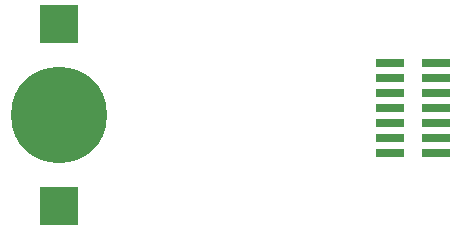
<source format=gbr>
G04 #@! TF.FileFunction,Paste,Bot*
%FSLAX46Y46*%
G04 Gerber Fmt 4.6, Leading zero omitted, Abs format (unit mm)*
G04 Created by KiCad (PCBNEW 4.0.6) date 12/03/17 23:21:02*
%MOMM*%
%LPD*%
G01*
G04 APERTURE LIST*
%ADD10C,1.000000*%
%ADD11R,2.400000X0.760000*%
%ADD12C,8.130000*%
%ADD13R,3.200000X3.200000*%
G04 APERTURE END LIST*
D10*
D11*
X91550000Y-84585000D03*
X87650000Y-84585000D03*
X91550000Y-83315000D03*
X87650000Y-83315000D03*
X91550000Y-82045000D03*
X87650000Y-82045000D03*
X91550000Y-80775000D03*
X87650000Y-80775000D03*
X91550000Y-79505000D03*
X87650000Y-79505000D03*
X91550000Y-78235000D03*
X87650000Y-78235000D03*
X91550000Y-76965000D03*
X87650000Y-76965000D03*
D12*
X59600000Y-81300000D03*
D13*
X59600000Y-89000000D03*
X59600000Y-73600000D03*
M02*

</source>
